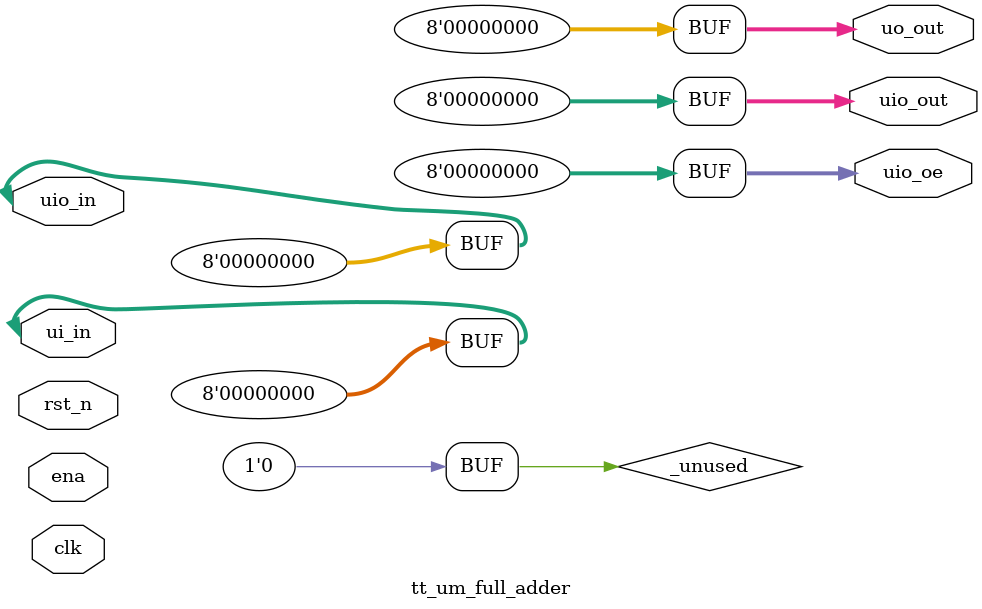
<source format=v>
/*
 * Copyright (c) 2024 Your Name
 * SPDX-License-Identifier: Apache-2.0
 */

`default_nettype none

module tt_um_full_adder (
   // input  wire carry_in, 
   // output wire carry_out,
    input  wire [7:0] ui_in,    // Dedicated inputs
    output wire [7:0] uo_out,   // Dedicated outputs
    input  wire [7:0] uio_in,   // IOs: Input path
    output wire [7:0] uio_out,  // IOs: Output path
    output wire [7:0] uio_oe,   // IOs: Enable path (active high: 0=input, 1=output)
    input  wire       ena,      // always 1 when the design is powered, so you can ignore it
    input  wire       clk,      // clock
    input  wire       rst_n     // reset_n - low to reset
);

  // All output pins must be assigned. If not used, assign to 0.
  
  // assign uo_out  = ui_in + uio_in;  // Example: ou_out is the sum of ui_in and uio_in
  // assign uo_out  = !ui_in;  // Example: ou_out is the logical inverse of ui_in
  // assign carry_in = 0;
  // assign carry_out = 0;
  assign ui_in = 0;
  assign uio_in = 0;
  assign uo_out = 0;
  assign uio_out = 0;
  assign uio_oe  = 0;
	assign uo_out = ui_in + uio_in;

  // List all unused inputs to prevent warnings
  wire _unused = &{ena, clk, rst_n, 1'b0};

endmodule

</source>
